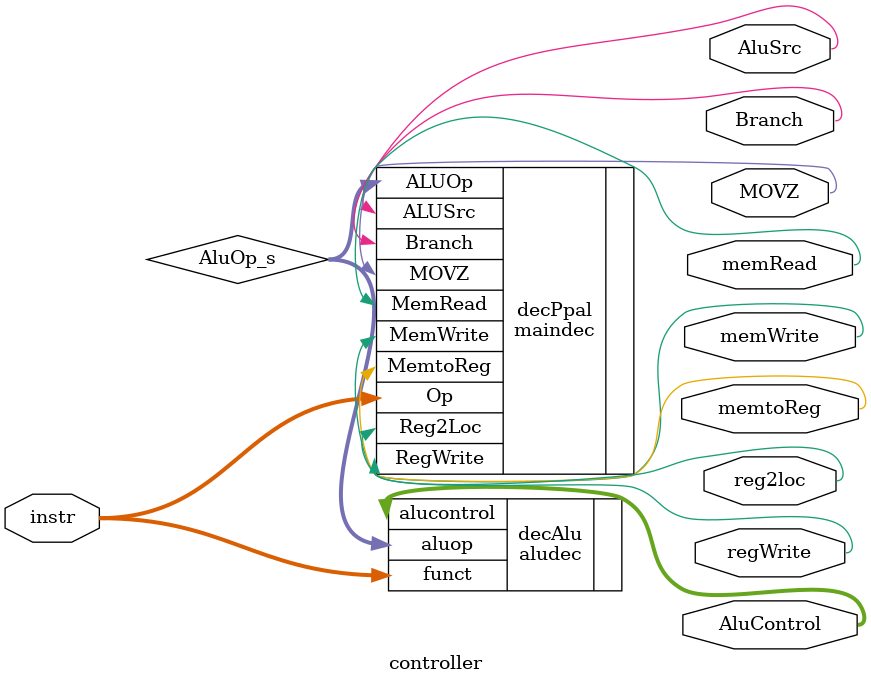
<source format=sv>

module controller (
    input logic [10:0] instr,
    output logic [3:0] AluControl,
    output logic reg2loc,
    regWrite,
    AluSrc,
    Branch,
    memtoReg,
    memRead,
    memWrite,
    MOVZ
);

  logic [1:0] AluOp_s;

  maindec decPpal (
      .Op(instr),
      .Reg2Loc(reg2loc),
      .ALUSrc(AluSrc),
      .MemtoReg(memtoReg),
      .RegWrite(regWrite),
      .MemRead(memRead),
      .MemWrite(memWrite),
      .Branch(Branch),
      .ALUOp(AluOp_s),
      .MOVZ(MOVZ)
  );


  aludec decAlu (
      .funct(instr),
      .aluop(AluOp_s),
      .alucontrol(AluControl)
  );

endmodule

</source>
